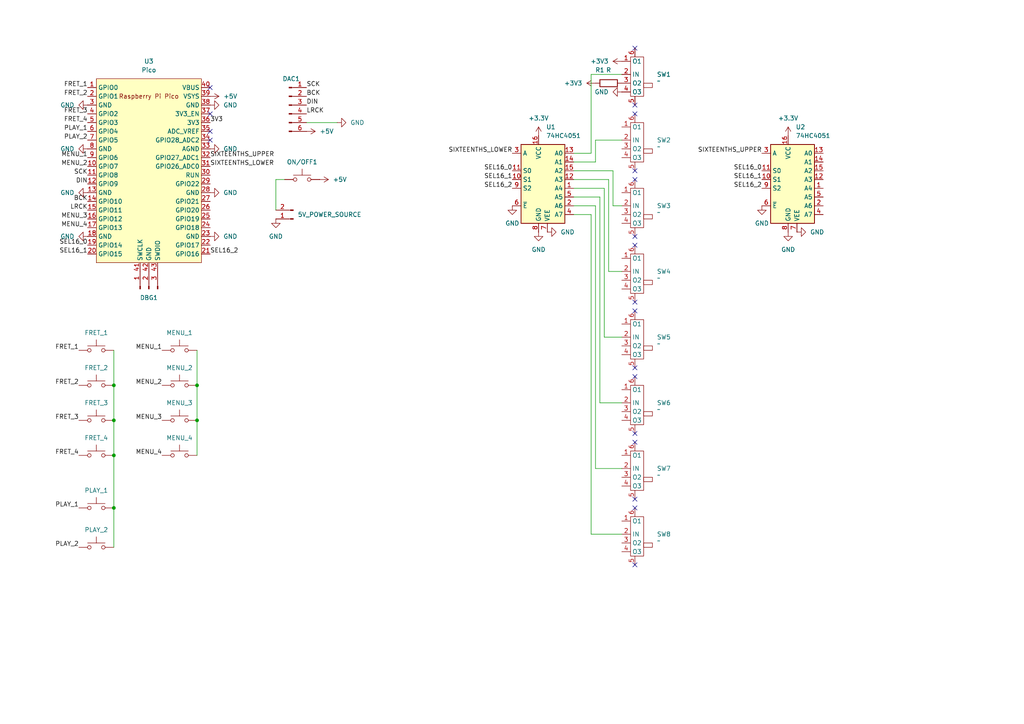
<source format=kicad_sch>
(kicad_sch (version 20231120) (generator "eeschema") (generator_version "8.0")
  (paper "A4")
  (lib_symbols
    (symbol "74xx:74HC4051"
      (property "Reference" "U" (at -5.08 11.43 0))
      (property "Value" "74HC4051" (at -7.62 -13.97 0))
      (symbol "74HC4051_0_1"
        (rectangle (start -5.08 10.16) (end 7.62 -12.7) (stroke (width 0.254)) (fill (type background)))
      )
      (symbol "74HC4051_1_1"
        (pin passive line (at 10.16 -2.54 180) (length 2.54) (name "A4") (number "1"))
        (pin input line (at -7.62 0 0) (length 2.54) (name "S1") (number "10"))
        (pin input line (at -7.62 2.54 0) (length 2.54) (name "S0") (number "11"))
        (pin passive line (at 10.16 0 180) (length 2.54) (name "A3") (number "12"))
        (pin passive line (at 10.16 7.62 180) (length 2.54) (name "A0") (number "13"))
        (pin passive line (at 10.16 5.08 180) (length 2.54) (name "A1") (number "14"))
        (pin passive line (at 10.16 2.54 180) (length 2.54) (name "A2") (number "15"))
        (pin power_in line (at 0 12.7 270) (length 2.54) (name "VCC") (number "16"))
        (pin passive line (at 10.16 -7.62 180) (length 2.54) (name "A6") (number "2"))
        (pin passive line (at -7.62 7.62 0) (length 2.54) (name "A") (number "3"))
        (pin passive line (at 10.16 -10.16 180) (length 2.54) (name "A7") (number "4"))
        (pin passive line (at 10.16 -5.08 180) (length 2.54) (name "A5") (number "5"))
        (pin input line (at -7.62 -7.62 0) (length 2.54) (name "~{E}") (number "6"))
        (pin power_in line (at 2.54 -15.24 90) (length 2.54) (name "VEE") (number "7"))
        (pin power_in line (at 0 -15.24 90) (length 2.54) (name "GND") (number "8"))
        (pin input line (at -7.62 -2.54 0) (length 2.54) (name "S2") (number "9"))
      )
    )
    (symbol "Connector:Conn_01x02_Pin" (pin_names (offset 1.016) hide)
      (property "Reference" "J" (at 0 2.54 0))
      (property "Value" "Conn_01x02_Pin" (at 0 -5.08 0))
      (symbol "Conn_01x02_Pin_1_1"
        (polyline (pts (xy 1.27 -2.54) (xy 0.8636 -2.54)) (stroke (width 0.1524)))
        (polyline (pts (xy 1.27 0) (xy 0.8636 0)) (stroke (width 0.1524)))
        (rectangle (start 0.8636 -2.413) (end 0 -2.667) (stroke (width 0.1524)) (fill (type outline)))
        (rectangle (start 0.8636 0.127) (end 0 -0.127) (stroke (width 0.1524)) (fill (type outline)))
        (pin passive line (at 5.08 0 180) (length 3.81) (name "Pin_1") (number "1"))
        (pin passive line (at 5.08 -2.54 180) (length 3.81) (name "Pin_2") (number "2"))
      )
    )
    (symbol "Connector:Conn_01x03_Pin" (pin_names (offset 1.016) hide)
      (property "Reference" "J" (at 0 5.08 0))
      (property "Value" "Conn_01x03_Pin" (at 0 -5.08 0))
      (symbol "Conn_01x03_Pin_1_1"
        (polyline (pts (xy 1.27 -2.54) (xy 0.8636 -2.54)) (stroke (width 0.1524)))
        (polyline (pts (xy 1.27 0) (xy 0.8636 0)) (stroke (width 0.1524)))
        (polyline (pts (xy 1.27 2.54) (xy 0.8636 2.54)) (stroke (width 0.1524)))
        (rectangle (start 0.8636 -2.413) (end 0 -2.667) (stroke (width 0.1524)) (fill (type outline)))
        (rectangle (start 0.8636 0.127) (end 0 -0.127) (stroke (width 0.1524)) (fill (type outline)))
        (rectangle (start 0.8636 2.667) (end 0 2.413) (stroke (width 0.1524)) (fill (type outline)))
        (pin passive line (at 5.08 2.54 180) (length 3.81) (name "Pin_1") (number "1"))
        (pin passive line (at 5.08 0 180) (length 3.81) (name "Pin_2") (number "2"))
        (pin passive line (at 5.08 -2.54 180) (length 3.81) (name "Pin_3") (number "3"))
      )
    )
    (symbol "Connector:Conn_01x06_Pin" (pin_names (offset 1.016) hide)
      (property "Reference" "J" (at 0 7.62 0))
      (property "Value" "Conn_01x06_Pin" (at 0 -10.16 0))
      (symbol "Conn_01x06_Pin_1_1"
        (polyline (pts (xy 1.27 -7.62) (xy 0.8636 -7.62)) (stroke (width 0.1524)))
        (polyline (pts (xy 1.27 -5.08) (xy 0.8636 -5.08)) (stroke (width 0.1524)))
        (polyline (pts (xy 1.27 -2.54) (xy 0.8636 -2.54)) (stroke (width 0.1524)))
        (polyline (pts (xy 1.27 0) (xy 0.8636 0)) (stroke (width 0.1524)))
        (polyline (pts (xy 1.27 2.54) (xy 0.8636 2.54)) (stroke (width 0.1524)))
        (polyline (pts (xy 1.27 5.08) (xy 0.8636 5.08)) (stroke (width 0.1524)))
        (rectangle (start 0.8636 -7.493) (end 0 -7.747) (stroke (width 0.1524)) (fill (type outline)))
        (rectangle (start 0.8636 -4.953) (end 0 -5.207) (stroke (width 0.1524)) (fill (type outline)))
        (rectangle (start 0.8636 -2.413) (end 0 -2.667) (stroke (width 0.1524)) (fill (type outline)))
        (rectangle (start 0.8636 0.127) (end 0 -0.127) (stroke (width 0.1524)) (fill (type outline)))
        (rectangle (start 0.8636 2.667) (end 0 2.413) (stroke (width 0.1524)) (fill (type outline)))
        (rectangle (start 0.8636 5.207) (end 0 4.953) (stroke (width 0.1524)) (fill (type outline)))
        (pin passive line (at 5.08 5.08 180) (length 3.81) (name "Pin_1") (number "1"))
        (pin passive line (at 5.08 2.54 180) (length 3.81) (name "Pin_2") (number "2"))
        (pin passive line (at 5.08 0 180) (length 3.81) (name "Pin_3") (number "3"))
        (pin passive line (at 5.08 -2.54 180) (length 3.81) (name "Pin_4") (number "4"))
        (pin passive line (at 5.08 -5.08 180) (length 3.81) (name "Pin_5") (number "5"))
        (pin passive line (at 5.08 -7.62 180) (length 3.81) (name "Pin_6") (number "6"))
      )
    )
    (symbol "Device:R" (pin_numbers hide) (pin_names (offset 0))
      (property "Reference" "R" (at 2.032 0 90))
      (property "Value" "R" (at 0 0 90))
      (symbol "R_0_1"
        (rectangle (start -1.016 -2.54) (end 1.016 2.54) (stroke (width 0.254)))
      )
      (symbol "R_1_1"
        (pin passive line (at 0 3.81 270) (length 1.27) (name "~") (number "1"))
        (pin passive line (at 0 -3.81 90) (length 1.27) (name "~") (number "2"))
      )
    )
    (symbol "Switch:SW_Push" (pin_numbers hide) (pin_names (offset 1.016) hide)
      (property "Reference" "SW" (at 1.27 2.54 0))
      (property "Value" "SW_Push" (at 0 -1.524 0))
      (symbol "SW_Push_0_1"
        (circle (center -2.032 0) (radius 0.508))
        (polyline (pts (xy 0 1.27) (xy 0 3.048)))
        (polyline (pts (xy 2.54 1.27) (xy -2.54 1.27)))
        (circle (center 2.032 0) (radius 0.508))
        (pin passive line (at -5.08 0 0) (length 2.54) (name "1") (number "1"))
        (pin passive line (at 5.08 0 180) (length 2.54) (name "2") (number "2"))
      )
    )
    (symbol "pico:Pico"
      (property "Reference" "U" (at -13.97 27.94 0))
      (property "Value" "Pico" (at 0 19.05 0))
      (symbol "Pico_0_0"
        (text "Raspberry Pi Pico" (at 0 21.59 0) (effects (font (size 1.27 1.27))))
      )
      (symbol "Pico_0_1"
        (rectangle (start -15.24 26.67) (end 15.24 -26.67) (fill (type background)))
      )
      (symbol "Pico_1_1"
        (pin bidirectional line (at -17.78 24.13 0) (length 2.54) (name "GPIO0") (number "1"))
        (pin bidirectional line (at -17.78 1.27 0) (length 2.54) (name "GPIO7") (number "10"))
        (pin bidirectional line (at -17.78 -1.27 0) (length 2.54) (name "GPIO8") (number "11"))
        (pin bidirectional line (at -17.78 -3.81 0) (length 2.54) (name "GPIO9") (number "12"))
        (pin power_in line (at -17.78 -6.35 0) (length 2.54) (name "GND") (number "13"))
        (pin bidirectional line (at -17.78 -8.89 0) (length 2.54) (name "GPIO10") (number "14"))
        (pin bidirectional line (at -17.78 -11.43 0) (length 2.54) (name "GPIO11") (number "15"))
        (pin bidirectional line (at -17.78 -13.97 0) (length 2.54) (name "GPIO12") (number "16"))
        (pin bidirectional line (at -17.78 -16.51 0) (length 2.54) (name "GPIO13") (number "17"))
        (pin power_in line (at -17.78 -19.05 0) (length 2.54) (name "GND") (number "18"))
        (pin bidirectional line (at -17.78 -21.59 0) (length 2.54) (name "GPIO14") (number "19"))
        (pin bidirectional line (at -17.78 21.59 0) (length 2.54) (name "GPIO1") (number "2"))
        (pin bidirectional line (at -17.78 -24.13 0) (length 2.54) (name "GPIO15") (number "20"))
        (pin bidirectional line (at 17.78 -24.13 180) (length 2.54) (name "GPIO16") (number "21"))
        (pin bidirectional line (at 17.78 -21.59 180) (length 2.54) (name "GPIO17") (number "22"))
        (pin power_in line (at 17.78 -19.05 180) (length 2.54) (name "GND") (number "23"))
        (pin bidirectional line (at 17.78 -16.51 180) (length 2.54) (name "GPIO18") (number "24"))
        (pin bidirectional line (at 17.78 -13.97 180) (length 2.54) (name "GPIO19") (number "25"))
        (pin bidirectional line (at 17.78 -11.43 180) (length 2.54) (name "GPIO20") (number "26"))
        (pin bidirectional line (at 17.78 -8.89 180) (length 2.54) (name "GPIO21") (number "27"))
        (pin power_in line (at 17.78 -6.35 180) (length 2.54) (name "GND") (number "28"))
        (pin bidirectional line (at 17.78 -3.81 180) (length 2.54) (name "GPIO22") (number "29"))
        (pin power_in line (at -17.78 19.05 0) (length 2.54) (name "GND") (number "3"))
        (pin input line (at 17.78 -1.27 180) (length 2.54) (name "RUN") (number "30"))
        (pin bidirectional line (at 17.78 1.27 180) (length 2.54) (name "GPIO26_ADC0") (number "31"))
        (pin bidirectional line (at 17.78 3.81 180) (length 2.54) (name "GPIO27_ADC1") (number "32"))
        (pin power_in line (at 17.78 6.35 180) (length 2.54) (name "AGND") (number "33"))
        (pin bidirectional line (at 17.78 8.89 180) (length 2.54) (name "GPIO28_ADC2") (number "34"))
        (pin power_in line (at 17.78 11.43 180) (length 2.54) (name "ADC_VREF") (number "35"))
        (pin power_in line (at 17.78 13.97 180) (length 2.54) (name "3V3") (number "36"))
        (pin input line (at 17.78 16.51 180) (length 2.54) (name "3V3_EN") (number "37"))
        (pin bidirectional line (at 17.78 19.05 180) (length 2.54) (name "GND") (number "38"))
        (pin power_in line (at 17.78 21.59 180) (length 2.54) (name "VSYS") (number "39"))
        (pin bidirectional line (at -17.78 16.51 0) (length 2.54) (name "GPIO2") (number "4"))
        (pin power_in line (at 17.78 24.13 180) (length 2.54) (name "VBUS") (number "40"))
        (pin input line (at -2.54 -29.21 90) (length 2.54) (name "SWCLK") (number "41"))
        (pin power_in line (at 0 -29.21 90) (length 2.54) (name "GND") (number "42"))
        (pin bidirectional line (at 2.54 -29.21 90) (length 2.54) (name "SWDIO") (number "43"))
        (pin bidirectional line (at -17.78 13.97 0) (length 2.54) (name "GPIO3") (number "5"))
        (pin bidirectional line (at -17.78 11.43 0) (length 2.54) (name "GPIO4") (number "6"))
        (pin bidirectional line (at -17.78 8.89 0) (length 2.54) (name "GPIO5") (number "7"))
        (pin power_in line (at -17.78 6.35 0) (length 2.54) (name "GND") (number "8"))
        (pin bidirectional line (at -17.78 3.81 0) (length 2.54) (name "GPIO6") (number "9"))
      )
    )
    (symbol "power:+3.3V" (power) (pin_numbers hide) (pin_names (offset 0) hide)
      (property "Value" "+3.3V" (at 0 3.556 0))
      (symbol "+3.3V_0_1"
        (polyline (pts (xy -0.762 1.27) (xy 0 2.54)))
        (polyline (pts (xy 0 0) (xy 0 2.54)))
        (polyline (pts (xy 0 2.54) (xy 0.762 1.27)))
      )
      (symbol "+3.3V_1_1"
        (pin power_in line (at 0 0 90) (length 0) (name "~") (number "1"))
      )
    )
    (symbol "power:+3V3" (power) (pin_numbers hide) (pin_names (offset 0) hide)
      (property "Value" "+3V3" (at 0 3.556 0))
      (symbol "+3V3_0_1"
        (polyline (pts (xy -0.762 1.27) (xy 0 2.54)))
        (polyline (pts (xy 0 0) (xy 0 2.54)))
        (polyline (pts (xy 0 2.54) (xy 0.762 1.27)))
      )
      (symbol "+3V3_1_1"
        (pin power_in line (at 0 0 90) (length 0) (name "~") (number "1"))
      )
    )
    (symbol "power:+5V" (power) (pin_numbers hide) (pin_names (offset 0) hide)
      (property "Value" "+5V" (at 0 3.556 0))
      (symbol "+5V_0_1"
        (polyline (pts (xy -0.762 1.27) (xy 0 2.54)))
        (polyline (pts (xy 0 0) (xy 0 2.54)))
        (polyline (pts (xy 0 2.54) (xy 0.762 1.27)))
      )
      (symbol "+5V_1_1"
        (pin power_in line (at 0 0 90) (length 0) (name "~") (number "1"))
      )
    )
    (symbol "power:GND" (power) (pin_numbers hide) (pin_names (offset 0) hide)
      (property "Value" "GND" (at 0 -3.81 0))
      (symbol "GND_0_1"
        (polyline (pts (xy 0 0) (xy 0 -1.27) (xy 1.27 -1.27) (xy 0 -2.54) (xy -1.27 -1.27) (xy 0 -1.27)))
      )
      (symbol "GND_1_1"
        (pin power_in line (at 0 0 270) (length 0) (name "~") (number "1"))
      )
    )
    (symbol "rytmos:SS13D07VG4"
      (property "Reference" "SW" (at 0 0 0))
      (symbol "SS13D07VG4_0_1"
        (rectangle (start -5.08 -5.08) (end 6.35 -1.27))
        (rectangle (start 2.54 -1.27) (end 3.81 1.27))
      )
      (symbol "SS13D07VG4_1_1"
        (pin passive line (at -3.81 -7.62 90) (length 2.54) (name "O1") (number "1"))
        (pin passive line (at 0 -7.62 90) (length 2.54) (name "IN") (number "2"))
        (pin passive line (at 2.54 -7.62 90) (length 2.54) (name "O2") (number "3"))
        (pin passive line (at 5.08 -7.62 90) (length 2.54) (name "O3") (number "4"))
        (pin passive line (at 8.89 -3.81 180) (length 2.54) (name "") (number "5"))
        (pin passive line (at -7.62 -3.81 0) (length 2.54) (name "") (number "6"))
      )
    )
  )
  (junction (at 57.15 121.92))
  (junction (at 33.02 132.08))
  (junction (at 33.02 111.76))
  (junction (at 33.02 147.32))
  (junction (at 33.02 121.92))
  (junction (at 57.15 111.76))
  (no_connect (at 184.15 87.63))
  (no_connect (at 184.15 109.22))
  (no_connect (at 184.15 49.53))
  (no_connect (at 184.15 13.97))
  (no_connect (at 184.15 128.27))
  (no_connect (at 60.96 33.02))
  (no_connect (at 184.15 30.48))
  (no_connect (at 184.15 106.68))
  (no_connect (at 184.15 147.32))
  (no_connect (at 60.96 38.1))
  (no_connect (at 184.15 144.78))
  (no_connect (at 184.15 33.02))
  (no_connect (at 184.15 68.58))
  (no_connect (at 60.96 25.4))
  (no_connect (at 184.15 52.07))
  (no_connect (at 184.15 163.83))
  (no_connect (at 184.15 90.17))
  (no_connect (at 60.96 40.64))
  (no_connect (at 184.15 71.12))
  (no_connect (at 184.15 125.73))
  (wire (pts (xy 166.37 52.07) (xy 176.53 52.07)))
  (wire (pts (xy 57.15 121.92) (xy 57.15 132.08)))
  (wire (pts (xy 33.02 147.32) (xy 33.02 158.75)))
  (wire (pts (xy 172.72 135.89) (xy 180.34 135.89)))
  (wire (pts (xy 33.02 132.08) (xy 33.02 147.32)))
  (wire (pts (xy 171.45 154.94) (xy 180.34 154.94)))
  (wire (pts (xy 176.53 52.07) (xy 176.53 78.74)))
  (wire (pts (xy 166.37 49.53) (xy 177.8 49.53)))
  (wire (pts (xy 80.01 52.07) (xy 82.55 52.07)))
  (wire (pts (xy 175.26 54.61) (xy 175.26 97.79)))
  (wire (pts (xy 171.45 62.23) (xy 171.45 154.94)))
  (wire (pts (xy 57.15 101.6) (xy 57.15 111.76)))
  (wire (pts (xy 166.37 62.23) (xy 171.45 62.23)))
  (wire (pts (xy 171.45 21.59) (xy 180.34 21.59)))
  (wire (pts (xy 173.99 116.84) (xy 180.34 116.84)))
  (wire (pts (xy 33.02 121.92) (xy 33.02 132.08)))
  (wire (pts (xy 172.72 46.99) (xy 172.72 40.64)))
  (wire (pts (xy 175.26 97.79) (xy 180.34 97.79)))
  (wire (pts (xy 88.9 35.56) (xy 97.79 35.56)))
  (wire (pts (xy 172.72 40.64) (xy 180.34 40.64)))
  (wire (pts (xy 166.37 44.45) (xy 171.45 44.45)))
  (wire (pts (xy 177.8 59.69) (xy 180.34 59.69)))
  (wire (pts (xy 177.8 49.53) (xy 177.8 59.69)))
  (wire (pts (xy 173.99 57.15) (xy 173.99 116.84)))
  (wire (pts (xy 171.45 44.45) (xy 171.45 21.59)))
  (wire (pts (xy 172.72 59.69) (xy 172.72 135.89)))
  (wire (pts (xy 80.01 60.96) (xy 80.01 52.07)))
  (wire (pts (xy 166.37 59.69) (xy 172.72 59.69)))
  (wire (pts (xy 166.37 46.99) (xy 172.72 46.99)))
  (wire (pts (xy 33.02 101.6) (xy 33.02 111.76)))
  (wire (pts (xy 166.37 54.61) (xy 175.26 54.61)))
  (wire (pts (xy 176.53 78.74) (xy 180.34 78.74)))
  (wire (pts (xy 166.37 57.15) (xy 173.99 57.15)))
  (wire (pts (xy 33.02 111.76) (xy 33.02 121.92)))
  (wire (pts (xy 57.15 111.76) (xy 57.15 121.92)))
  (label "SEL16_2" (at 220.98 54.61 180))
  (label "PLAY_2" (at 22.86 158.75 180))
  (label "FRET_4" (at 22.86 132.08 180))
  (label "SEL16_0" (at 148.59 49.53 180))
  (label "MENU_2" (at 46.99 111.76 180))
  (label "SIXTEENTHS_LOWER" (at 60.96 48.26 0))
  (label "FRET_2" (at 25.4 27.94 180))
  (label "DIN" (at 25.4 53.34 180))
  (label "SEL16_0" (at 220.98 49.53 180))
  (label "MENU_3" (at 25.4 63.5 180))
  (label "PLAY_1" (at 25.4 38.1 180))
  (label "MENU_4" (at 46.99 132.08 180))
  (label "SEL16_1" (at 25.4 73.66 180))
  (label "FRET_4" (at 25.4 35.56 180))
  (label "FRET_1" (at 25.4 25.4 180))
  (label "BCK" (at 25.4 58.42 180))
  (label "SEL16_0" (at 25.4 71.12 180))
  (label "PLAY_1" (at 22.86 147.32 180))
  (label "SEL16_1" (at 148.59 52.07 180))
  (label "FRET_2" (at 22.86 111.76 180))
  (label "MENU_1" (at 25.4 45.72 180))
  (label "SIXTEENTHS_UPPER" (at 220.98 44.45 180))
  (label "FRET_3" (at 22.86 121.92 180))
  (label "BCK" (at 88.9 27.94 0))
  (label "PLAY_2" (at 25.4 40.64 180))
  (label "SCK" (at 88.9 25.4 0))
  (label "SCK" (at 25.4 50.8 180))
  (label "MENU_4" (at 25.4 66.04 180))
  (label "MENU_2" (at 25.4 48.26 180))
  (label "MENU_1" (at 46.99 101.6 180))
  (label "DIN" (at 88.9 30.48 0))
  (label "SEL16_2" (at 60.96 73.66 0))
  (label "SIXTEENTHS_UPPER" (at 60.96 45.72 0))
  (label "LRCK" (at 25.4 60.96 180))
  (label "3V3" (at 60.96 35.56 0))
  (label "SEL16_2" (at 148.59 54.61 180))
  (label "SEL16_1" (at 220.98 52.07 180))
  (label "LRCK" (at 88.9 33.02 0))
  (label "FRET_3" (at 25.4 33.02 180))
  (label "SIXTEENTHS_LOWER" (at 148.59 44.45 180))
  (label "MENU_3" (at 46.99 121.92 180))
  (label "FRET_1" (at 22.86 101.6 180))
  (symbol (lib_id "power:GND") (at 60.96 68.58 90) (unit 1)
    (property "Reference" "#PWR018" (effects (hide yes)))
    (property "Value" "GND" (at 64.77 68.5799 90) (effects (justify right)))
    (property "Description" "Power symbol creates a global label with name \"GND\" , ground" (effects (hide yes)))
  )
  (symbol (lib_id "power:+5V") (at 92.71 52.07 270) (unit 1)
    (property "Reference" "#PWR019" (effects (hide yes)))
    (property "Value" "+5V" (at 96.52 52.0699 90) (effects (justify left)))
    (property "Description" "Power symbol creates a global label with name \"+5V\"" (effects (hide yes)))
  )
  (symbol (lib_id "Connector:Conn_01x06_Pin") (at 83.82 30.48 0) (unit 1)
    (property "Reference" "DAC1" (at 84.455 22.86 0))
    (property "Value" "DAC" (effects (hide yes)))
    (property "Footprint" "rytmos:PCM5102_BREAKOUT" (effects (hide yes)))
    (property "Description" "Generic connector, single row, 01x06, script generated" (effects (hide yes)))
  )
  (symbol (lib_id "power:GND") (at 228.6 67.31 0) (unit 1)
    (property "Reference" "#PWR026" (effects (hide yes)))
    (property "Value" "GND" (at 228.6 72.39 0))
    (property "Description" "Power symbol creates a global label with name \"GND\" , ground" (effects (hide yes)))
  )
  (symbol (lib_id "power:+3V3") (at 172.72 24.13 90) (unit 1)
    (property "Reference" "#PWR08" (effects (hide yes)))
    (property "Value" "+3V3" (at 168.91 24.1299 90) (effects (justify left)))
    (property "Description" "Power symbol creates a global label with name \"+3V3\"" (effects (hide yes)))
  )
  (symbol (lib_id "Switch:SW_Push") (at 27.94 147.32 0) (unit 1)
    (property "Reference" "PLAY_1" (at 27.94 142.24 0))
    (property "Value" "SW_Push" (effects (hide yes)))
    (property "Description" "Push button switch, generic, two pins" (effects (hide yes)))
  )
  (symbol (lib_id "rytmos:SS13D07VG4") (at 187.96 40.64 270) (unit 1)
    (property "Reference" "SW2" (at 190.5 40.6399 90) (effects (justify left)))
    (property "Value" "~" (at 190.5 42.545 90) (effects (justify left)))
  )
  (symbol (lib_id "rytmos:SS13D07VG4") (at 187.96 78.74 270) (unit 1)
    (property "Reference" "SW4" (at 190.5 78.7399 90) (effects (justify left)))
    (property "Value" "~" (at 190.5 80.645 90) (effects (justify left)))
  )
  (symbol (lib_id "rytmos:SS13D07VG4") (at 187.96 59.69 270) (unit 1)
    (property "Reference" "SW3" (at 190.5 59.6899 90) (effects (justify left)))
    (property "Value" "~" (at 190.5 61.595 90) (effects (justify left)))
  )
  (symbol (lib_id "rytmos:SS13D07VG4") (at 187.96 135.89 270) (unit 1)
    (property "Reference" "SW7" (at 190.5 135.8899 90) (effects (justify left)))
    (property "Value" "~" (at 190.5 137.795 90) (effects (justify left)))
  )
  (symbol (lib_id "pico:Pico") (at 43.18 49.53 0) (unit 1)
    (property "Reference" "U3" (at 43.18 17.78 0))
    (property "Value" "Pico" (at 43.18 20.32 0))
    (property "Footprint" "MCU_RaspberryPi_and_Boards:RPi_Pico_SMD_TH" (effects (hide yes)))
  )
  (symbol (lib_id "rytmos:SS13D07VG4") (at 187.96 21.59 270) (unit 1)
    (property "Reference" "SW1" (at 190.5 21.5899 90) (effects (justify left)))
    (property "Value" "~" (at 190.5 23.495 90) (effects (justify left)))
  )
  (symbol (lib_id "rytmos:SS13D07VG4") (at 187.96 97.79 270) (unit 1)
    (property "Reference" "SW5" (at 190.5 97.7899 90) (effects (justify left)))
    (property "Value" "~" (at 190.5 99.695 90) (effects (justify left)))
  )
  (symbol (lib_id "power:GND") (at 60.96 43.18 90) (unit 1)
    (property "Reference" "#PWR016" (effects (hide yes)))
    (property "Value" "GND" (at 64.77 43.1799 90) (effects (justify right)))
    (property "Description" "Power symbol creates a global label with name \"GND\" , ground" (effects (hide yes)))
  )
  (symbol (lib_id "74xx:74HC4051") (at 228.6 52.07 0) (unit 1)
    (property "Reference" "U2" (at 230.7941 36.83 0) (effects (justify left)))
    (property "Value" "74HC4051" (at 230.7941 39.37 0) (effects (justify left)))
    (property "Datasheet" "http://www.ti.com/lit/ds/symlink/cd74hc4051.pdf" (effects (hide yes)))
    (property "Description" "8-channel analog multiplexer/demultiplexer, DIP-16/SOIC-16/TSSOP-16" (effects (hide yes)))
  )
  (symbol (lib_id "power:GND") (at 231.14 67.31 90) (unit 1)
    (property "Reference" "#PWR027" (effects (hide yes)))
    (property "Value" "GND" (at 234.95 67.3099 90) (effects (justify right)))
    (property "Description" "Power symbol creates a global label with name \"GND\" , ground" (effects (hide yes)))
  )
  (symbol (lib_id "power:GND") (at 156.21 67.31 0) (unit 1)
    (property "Reference" "#PWR03" (effects (hide yes)))
    (property "Value" "GND" (at 156.21 72.39 0))
    (property "Description" "Power symbol creates a global label with name \"GND\" , ground" (effects (hide yes)))
  )
  (symbol (lib_id "Connector:Conn_01x03_Pin") (at 43.18 83.82 90) (unit 1)
    (property "Reference" "DBG1" (at 43.18 86.36 90))
    (property "Value" "Conn_01x03_Pin" (effects (hide yes)))
    (property "Footprint" "Connector_PinSocket_2.54mm:PinSocket_1x03_P2.54mm_Vertical" (effects (hide yes)))
    (property "Description" "Generic connector, single row, 01x03, script generated" (effects (hide yes)))
  )
  (symbol (lib_id "Switch:SW_Push") (at 27.94 111.76 0) (unit 1)
    (property "Reference" "FRET_2" (at 27.94 106.68 0))
    (property "Value" "SW_Push" (effects (hide yes)))
    (property "Description" "Push button switch, generic, two pins" (effects (hide yes)))
  )
  (symbol (lib_id "Switch:SW_Push") (at 87.63 52.07 0) (unit 1)
    (property "Reference" "ON/OFF1" (at 87.63 46.99 0))
    (property "Value" "SW_Push" (effects (hide yes)))
    (property "Footprint" "Connector_PinHeader_2.54mm:PinHeader_1x03_P2.54mm_Vertical" (effects (hide yes)))
    (property "Description" "Push button switch, generic, two pins" (effects (hide yes)))
  )
  (symbol (lib_id "power:GND") (at 220.98 59.69 0) (unit 1)
    (property "Reference" "#PWR09" (effects (hide yes)))
    (property "Value" "GND" (at 220.98 64.77 0))
    (property "Description" "Power symbol creates a global label with name \"GND\" , ground" (effects (hide yes)))
  )
  (symbol (lib_id "power:GND") (at 80.01 63.5 0) (unit 1)
    (property "Reference" "#PWR021" (effects (hide yes)))
    (property "Value" "GND" (at 80.01 68.58 0))
    (property "Description" "Power symbol creates a global label with name \"GND\" , ground" (effects (hide yes)))
  )
  (symbol (lib_id "power:+3.3V") (at 156.21 39.37 0) (unit 1)
    (property "Reference" "#PWR02" (effects (hide yes)))
    (property "Value" "+3.3V" (at 156.21 34.29 0))
    (property "Description" "Power symbol creates a global label with name \"+3.3V\"" (effects (hide yes)))
  )
  (symbol (lib_id "power:GND") (at 180.34 26.67 270) (unit 1)
    (property "Reference" "#PWR06" (effects (hide yes)))
    (property "Value" "GND" (at 176.53 26.6699 90) (effects (justify right)))
    (property "Description" "Power symbol creates a global label with name \"GND\" , ground" (effects (hide yes)))
  )
  (symbol (lib_id "power:GND") (at 25.4 68.58 270) (unit 1)
    (property "Reference" "#PWR013" (effects (hide yes)))
    (property "Value" "GND" (at 21.59 68.5799 90) (effects (justify right)))
    (property "Description" "Power symbol creates a global label with name \"GND\" , ground" (effects (hide yes)))
  )
  (symbol (lib_id "power:GND") (at 148.59 59.69 0) (unit 1)
    (property "Reference" "#PWR05" (effects (hide yes)))
    (property "Value" "GND" (at 148.59 64.77 0))
    (property "Description" "Power symbol creates a global label with name \"GND\" , ground" (effects (hide yes)))
  )
  (symbol (lib_id "power:+5V") (at 60.96 27.94 270) (unit 1)
    (property "Reference" "#PWR014" (effects (hide yes)))
    (property "Value" "+5V" (at 64.77 27.9399 90) (effects (justify left)))
    (property "Description" "Power symbol creates a global label with name \"+5V\"" (effects (hide yes)))
  )
  (symbol (lib_id "power:+3V3") (at 180.34 17.78 90) (unit 1)
    (property "Reference" "#PWR07" (effects (hide yes)))
    (property "Value" "+3V3" (at 176.53 17.7799 90) (effects (justify left)))
    (property "Description" "Power symbol creates a global label with name \"+3V3\"" (effects (hide yes)))
  )
  (symbol (lib_id "rytmos:SS13D07VG4") (at 187.96 154.94 270) (unit 1)
    (property "Reference" "SW8" (at 190.5 154.9399 90) (effects (justify left)))
    (property "Value" "~" (at 190.5 156.845 90) (effects (justify left)))
  )
  (symbol (lib_id "power:GND") (at 60.96 30.48 90) (unit 1)
    (property "Reference" "#PWR015" (effects (hide yes)))
    (property "Value" "GND" (at 64.77 30.4799 90) (effects (justify right)))
    (property "Description" "Power symbol creates a global label with name \"GND\" , ground" (effects (hide yes)))
  )
  (symbol (lib_id "power:GND") (at 97.79 35.56 90) (unit 1)
    (property "Reference" "#PWR024" (effects (hide yes)))
    (property "Value" "GND" (at 101.6 35.5599 90) (effects (justify right)))
    (property "Description" "Power symbol creates a global label with name \"GND\" , ground" (effects (hide yes)))
  )
  (symbol (lib_id "power:GND") (at 60.96 55.88 90) (unit 1)
    (property "Reference" "#PWR017" (effects (hide yes)))
    (property "Value" "GND" (at 64.77 55.8799 90) (effects (justify right)))
    (property "Description" "Power symbol creates a global label with name \"GND\" , ground" (effects (hide yes)))
  )
  (symbol (lib_id "power:GND") (at 25.4 55.88 270) (unit 1)
    (property "Reference" "#PWR012" (effects (hide yes)))
    (property "Value" "GND" (at 21.59 55.8799 90) (effects (justify right)))
    (property "Description" "Power symbol creates a global label with name \"GND\" , ground" (effects (hide yes)))
  )
  (symbol (lib_id "Switch:SW_Push") (at 52.07 111.76 0) (unit 1)
    (property "Reference" "MENU_2" (at 52.07 106.68 0))
    (property "Value" "SW_Push" (effects (hide yes)))
    (property "Description" "Push button switch, generic, two pins" (effects (hide yes)))
  )
  (symbol (lib_id "Switch:SW_Push") (at 52.07 121.92 0) (unit 1)
    (property "Reference" "MENU_3" (at 52.07 116.84 0))
    (property "Value" "SW_Push" (effects (hide yes)))
    (property "Description" "Push button switch, generic, two pins" (effects (hide yes)))
  )
  (symbol (lib_id "power:GND") (at 25.4 43.18 270) (unit 1)
    (property "Reference" "#PWR011" (effects (hide yes)))
    (property "Value" "GND" (at 21.59 43.1799 90) (effects (justify right)))
    (property "Description" "Power symbol creates a global label with name \"GND\" , ground" (effects (hide yes)))
  )
  (symbol (lib_id "power:GND") (at 158.75 67.31 90) (unit 1)
    (property "Reference" "#PWR04" (effects (hide yes)))
    (property "Value" "GND" (at 162.56 67.3099 90) (effects (justify right)))
    (property "Description" "Power symbol creates a global label with name \"GND\" , ground" (effects (hide yes)))
  )
  (symbol (lib_id "74xx:74HC4051") (at 156.21 52.07 0) (unit 1)
    (property "Reference" "U1" (at 158.4041 36.83 0) (effects (justify left)))
    (property "Value" "74HC4051" (at 158.4041 39.37 0) (effects (justify left)))
    (property "Datasheet" "http://www.ti.com/lit/ds/symlink/cd74hc4051.pdf" (effects (hide yes)))
    (property "Description" "8-channel analog multiplexer/demultiplexer, DIP-16/SOIC-16/TSSOP-16" (effects (hide yes)))
  )
  (symbol (lib_id "Switch:SW_Push") (at 27.94 101.6 0) (unit 1)
    (property "Reference" "FRET_1" (at 27.94 96.52 0))
    (property "Value" "SW_Push" (effects (hide yes)))
    (property "Description" "Push button switch, generic, two pins" (effects (hide yes)))
  )
  (symbol (lib_id "Switch:SW_Push") (at 27.94 132.08 0) (unit 1)
    (property "Reference" "FRET_4" (at 27.94 127 0))
    (property "Value" "SW_Push" (effects (hide yes)))
    (property "Description" "Push button switch, generic, two pins" (effects (hide yes)))
  )
  (symbol (lib_id "Switch:SW_Push") (at 52.07 132.08 0) (unit 1)
    (property "Reference" "MENU_4" (at 52.07 127 0))
    (property "Value" "SW_Push" (effects (hide yes)))
    (property "Description" "Push button switch, generic, two pins" (effects (hide yes)))
  )
  (symbol (lib_id "power:+5V") (at 88.9 38.1 270) (unit 1)
    (property "Reference" "#PWR01" (effects (hide yes)))
    (property "Value" "+5V" (at 92.71 38.0999 90) (effects (justify left)))
    (property "Description" "Power symbol creates a global label with name \"+5V\"" (effects (hide yes)))
  )
  (symbol (lib_id "Connector:Conn_01x02_Pin") (at 85.09 63.5 180) (unit 1)
    (property "Reference" "5V_POWER_SOURCE" (at 86.36 62.2299 0) (effects (justify right)))
    (property "Value" "Conn_01x02_Pin" (effects (hide yes)))
    (property "Footprint" "Connector_PinSocket_2.54mm:PinSocket_1x02_P2.54mm_Vertical" (effects (hide yes)))
    (property "Description" "Generic connector, single row, 01x02, script generated" (effects (hide yes)))
  )
  (symbol (lib_id "Switch:SW_Push") (at 27.94 158.75 0) (unit 1)
    (property "Reference" "PLAY_2" (at 27.94 153.67 0))
    (property "Value" "SW_Push" (effects (hide yes)))
    (property "Description" "Push button switch, generic, two pins" (effects (hide yes)))
  )
  (symbol (lib_id "rytmos:SS13D07VG4") (at 187.96 116.84 270) (unit 1)
    (property "Reference" "SW6" (at 190.5 116.8399 90) (effects (justify left)))
    (property "Value" "~" (at 190.5 118.745 90) (effects (justify left)))
  )
  (symbol (lib_id "Device:R") (at 176.53 24.13 90) (unit 1)
    (property "Reference" "R1" (at 173.99 20.32 90))
    (property "Value" "R" (at 176.53 20.32 90))
    (property "Description" "Resistor" (effects (hide yes)))
  )
  (symbol (lib_id "power:GND") (at 25.4 30.48 270) (unit 1)
    (property "Reference" "#PWR010" (effects (hide yes)))
    (property "Value" "GND" (at 21.59 30.4799 90) (effects (justify right)))
    (property "Description" "Power symbol creates a global label with name \"GND\" , ground" (effects (hide yes)))
  )
  (symbol (lib_id "Switch:SW_Push") (at 27.94 121.92 0) (unit 1)
    (property "Reference" "FRET_3" (at 27.94 116.84 0))
    (property "Value" "SW_Push" (effects (hide yes)))
    (property "Description" "Push button switch, generic, two pins" (effects (hide yes)))
  )
  (symbol (lib_id "power:+3.3V") (at 228.6 39.37 0) (unit 1)
    (property "Reference" "#PWR025" (effects (hide yes)))
    (property "Value" "+3.3V" (at 228.6 34.29 0))
    (property "Description" "Power symbol creates a global label with name \"+3.3V\"" (effects (hide yes)))
  )
  (symbol (lib_id "Switch:SW_Push") (at 52.07 101.6 0) (unit 1)
    (property "Reference" "MENU_1" (at 52.07 96.52 0))
    (property "Value" "SW_Push" (effects (hide yes)))
    (property "Description" "Push button switch, generic, two pins" (effects (hide yes)))
  )
)
</source>
